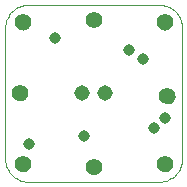
<source format=gbs>
G75*
%MOIN*%
%OFA0B0*%
%FSLAX24Y24*%
%IPPOS*%
%LPD*%
%AMOC8*
5,1,8,0,0,1.08239X$1,22.5*
%
%ADD10C,0.0039*%
%ADD11C,0.0000*%
%ADD12C,0.0552*%
%ADD13C,0.0516*%
%ADD14C,0.0382*%
D10*
X000907Y000139D02*
X005238Y000139D01*
X005292Y000141D01*
X005345Y000146D01*
X005398Y000155D01*
X005450Y000168D01*
X005502Y000184D01*
X005552Y000204D01*
X005600Y000227D01*
X005647Y000254D01*
X005692Y000283D01*
X005735Y000316D01*
X005775Y000351D01*
X005813Y000389D01*
X005848Y000429D01*
X005881Y000472D01*
X005910Y000517D01*
X005937Y000564D01*
X005960Y000612D01*
X005980Y000662D01*
X005996Y000714D01*
X006009Y000766D01*
X006018Y000819D01*
X006023Y000872D01*
X006025Y000926D01*
X006025Y005257D01*
X006023Y005311D01*
X006018Y005364D01*
X006009Y005417D01*
X005996Y005469D01*
X005980Y005521D01*
X005960Y005571D01*
X005937Y005619D01*
X005910Y005666D01*
X005881Y005711D01*
X005848Y005754D01*
X005813Y005794D01*
X005775Y005832D01*
X005735Y005867D01*
X005692Y005900D01*
X005647Y005929D01*
X005600Y005956D01*
X005552Y005979D01*
X005502Y005999D01*
X005450Y006015D01*
X005398Y006028D01*
X005345Y006037D01*
X005292Y006042D01*
X005238Y006044D01*
X000907Y006044D01*
X000853Y006042D01*
X000800Y006037D01*
X000747Y006028D01*
X000695Y006015D01*
X000643Y005999D01*
X000593Y005979D01*
X000545Y005956D01*
X000498Y005929D01*
X000453Y005900D01*
X000410Y005867D01*
X000370Y005832D01*
X000332Y005794D01*
X000297Y005754D01*
X000264Y005711D01*
X000235Y005666D01*
X000208Y005619D01*
X000185Y005571D01*
X000165Y005521D01*
X000149Y005469D01*
X000136Y005417D01*
X000127Y005364D01*
X000122Y005311D01*
X000120Y005257D01*
X000120Y000926D01*
X000122Y000872D01*
X000127Y000819D01*
X000136Y000766D01*
X000149Y000714D01*
X000165Y000662D01*
X000185Y000612D01*
X000208Y000564D01*
X000235Y000517D01*
X000264Y000472D01*
X000297Y000429D01*
X000332Y000389D01*
X000370Y000351D01*
X000410Y000316D01*
X000453Y000283D01*
X000498Y000254D01*
X000545Y000227D01*
X000593Y000204D01*
X000643Y000184D01*
X000695Y000168D01*
X000747Y000155D01*
X000800Y000146D01*
X000853Y000141D01*
X000907Y000139D01*
D11*
X000474Y000729D02*
X000476Y000759D01*
X000482Y000789D01*
X000491Y000818D01*
X000504Y000845D01*
X000521Y000870D01*
X000540Y000893D01*
X000563Y000914D01*
X000588Y000931D01*
X000614Y000945D01*
X000643Y000955D01*
X000672Y000962D01*
X000702Y000965D01*
X000733Y000964D01*
X000763Y000959D01*
X000792Y000950D01*
X000819Y000938D01*
X000845Y000923D01*
X000869Y000904D01*
X000890Y000882D01*
X000908Y000858D01*
X000923Y000831D01*
X000934Y000803D01*
X000942Y000774D01*
X000946Y000744D01*
X000946Y000714D01*
X000942Y000684D01*
X000934Y000655D01*
X000923Y000627D01*
X000908Y000600D01*
X000890Y000576D01*
X000869Y000554D01*
X000845Y000535D01*
X000819Y000520D01*
X000792Y000508D01*
X000763Y000499D01*
X000733Y000494D01*
X000702Y000493D01*
X000672Y000496D01*
X000643Y000503D01*
X000614Y000513D01*
X000588Y000527D01*
X000563Y000544D01*
X000540Y000565D01*
X000521Y000588D01*
X000504Y000613D01*
X000491Y000640D01*
X000482Y000669D01*
X000476Y000699D01*
X000474Y000729D01*
X000376Y003091D02*
X000378Y003121D01*
X000384Y003151D01*
X000393Y003180D01*
X000406Y003207D01*
X000423Y003232D01*
X000442Y003255D01*
X000465Y003276D01*
X000490Y003293D01*
X000516Y003307D01*
X000545Y003317D01*
X000574Y003324D01*
X000604Y003327D01*
X000635Y003326D01*
X000665Y003321D01*
X000694Y003312D01*
X000721Y003300D01*
X000747Y003285D01*
X000771Y003266D01*
X000792Y003244D01*
X000810Y003220D01*
X000825Y003193D01*
X000836Y003165D01*
X000844Y003136D01*
X000848Y003106D01*
X000848Y003076D01*
X000844Y003046D01*
X000836Y003017D01*
X000825Y002989D01*
X000810Y002962D01*
X000792Y002938D01*
X000771Y002916D01*
X000747Y002897D01*
X000721Y002882D01*
X000694Y002870D01*
X000665Y002861D01*
X000635Y002856D01*
X000604Y002855D01*
X000574Y002858D01*
X000545Y002865D01*
X000516Y002875D01*
X000490Y002889D01*
X000465Y002906D01*
X000442Y002927D01*
X000423Y002950D01*
X000406Y002975D01*
X000393Y003002D01*
X000384Y003031D01*
X000378Y003061D01*
X000376Y003091D01*
X000474Y005454D02*
X000476Y005484D01*
X000482Y005514D01*
X000491Y005543D01*
X000504Y005570D01*
X000521Y005595D01*
X000540Y005618D01*
X000563Y005639D01*
X000588Y005656D01*
X000614Y005670D01*
X000643Y005680D01*
X000672Y005687D01*
X000702Y005690D01*
X000733Y005689D01*
X000763Y005684D01*
X000792Y005675D01*
X000819Y005663D01*
X000845Y005648D01*
X000869Y005629D01*
X000890Y005607D01*
X000908Y005583D01*
X000923Y005556D01*
X000934Y005528D01*
X000942Y005499D01*
X000946Y005469D01*
X000946Y005439D01*
X000942Y005409D01*
X000934Y005380D01*
X000923Y005352D01*
X000908Y005325D01*
X000890Y005301D01*
X000869Y005279D01*
X000845Y005260D01*
X000819Y005245D01*
X000792Y005233D01*
X000763Y005224D01*
X000733Y005219D01*
X000702Y005218D01*
X000672Y005221D01*
X000643Y005228D01*
X000614Y005238D01*
X000588Y005252D01*
X000563Y005269D01*
X000540Y005290D01*
X000521Y005313D01*
X000504Y005338D01*
X000491Y005365D01*
X000482Y005394D01*
X000476Y005424D01*
X000474Y005454D01*
X002836Y005552D02*
X002838Y005582D01*
X002844Y005612D01*
X002853Y005641D01*
X002866Y005668D01*
X002883Y005693D01*
X002902Y005716D01*
X002925Y005737D01*
X002950Y005754D01*
X002976Y005768D01*
X003005Y005778D01*
X003034Y005785D01*
X003064Y005788D01*
X003095Y005787D01*
X003125Y005782D01*
X003154Y005773D01*
X003181Y005761D01*
X003207Y005746D01*
X003231Y005727D01*
X003252Y005705D01*
X003270Y005681D01*
X003285Y005654D01*
X003296Y005626D01*
X003304Y005597D01*
X003308Y005567D01*
X003308Y005537D01*
X003304Y005507D01*
X003296Y005478D01*
X003285Y005450D01*
X003270Y005423D01*
X003252Y005399D01*
X003231Y005377D01*
X003207Y005358D01*
X003181Y005343D01*
X003154Y005331D01*
X003125Y005322D01*
X003095Y005317D01*
X003064Y005316D01*
X003034Y005319D01*
X003005Y005326D01*
X002976Y005336D01*
X002950Y005350D01*
X002925Y005367D01*
X002902Y005388D01*
X002883Y005411D01*
X002866Y005436D01*
X002853Y005463D01*
X002844Y005492D01*
X002838Y005522D01*
X002836Y005552D01*
X005199Y005454D02*
X005201Y005484D01*
X005207Y005514D01*
X005216Y005543D01*
X005229Y005570D01*
X005246Y005595D01*
X005265Y005618D01*
X005288Y005639D01*
X005313Y005656D01*
X005339Y005670D01*
X005368Y005680D01*
X005397Y005687D01*
X005427Y005690D01*
X005458Y005689D01*
X005488Y005684D01*
X005517Y005675D01*
X005544Y005663D01*
X005570Y005648D01*
X005594Y005629D01*
X005615Y005607D01*
X005633Y005583D01*
X005648Y005556D01*
X005659Y005528D01*
X005667Y005499D01*
X005671Y005469D01*
X005671Y005439D01*
X005667Y005409D01*
X005659Y005380D01*
X005648Y005352D01*
X005633Y005325D01*
X005615Y005301D01*
X005594Y005279D01*
X005570Y005260D01*
X005544Y005245D01*
X005517Y005233D01*
X005488Y005224D01*
X005458Y005219D01*
X005427Y005218D01*
X005397Y005221D01*
X005368Y005228D01*
X005339Y005238D01*
X005313Y005252D01*
X005288Y005269D01*
X005265Y005290D01*
X005246Y005313D01*
X005229Y005338D01*
X005216Y005365D01*
X005207Y005394D01*
X005201Y005424D01*
X005199Y005454D01*
X005297Y002993D02*
X005299Y003023D01*
X005305Y003053D01*
X005314Y003082D01*
X005327Y003109D01*
X005344Y003134D01*
X005363Y003157D01*
X005386Y003178D01*
X005411Y003195D01*
X005437Y003209D01*
X005466Y003219D01*
X005495Y003226D01*
X005525Y003229D01*
X005556Y003228D01*
X005586Y003223D01*
X005615Y003214D01*
X005642Y003202D01*
X005668Y003187D01*
X005692Y003168D01*
X005713Y003146D01*
X005731Y003122D01*
X005746Y003095D01*
X005757Y003067D01*
X005765Y003038D01*
X005769Y003008D01*
X005769Y002978D01*
X005765Y002948D01*
X005757Y002919D01*
X005746Y002891D01*
X005731Y002864D01*
X005713Y002840D01*
X005692Y002818D01*
X005668Y002799D01*
X005642Y002784D01*
X005615Y002772D01*
X005586Y002763D01*
X005556Y002758D01*
X005525Y002757D01*
X005495Y002760D01*
X005466Y002767D01*
X005437Y002777D01*
X005411Y002791D01*
X005386Y002808D01*
X005363Y002829D01*
X005344Y002852D01*
X005327Y002877D01*
X005314Y002904D01*
X005305Y002933D01*
X005299Y002963D01*
X005297Y002993D01*
X005199Y000729D02*
X005201Y000759D01*
X005207Y000789D01*
X005216Y000818D01*
X005229Y000845D01*
X005246Y000870D01*
X005265Y000893D01*
X005288Y000914D01*
X005313Y000931D01*
X005339Y000945D01*
X005368Y000955D01*
X005397Y000962D01*
X005427Y000965D01*
X005458Y000964D01*
X005488Y000959D01*
X005517Y000950D01*
X005544Y000938D01*
X005570Y000923D01*
X005594Y000904D01*
X005615Y000882D01*
X005633Y000858D01*
X005648Y000831D01*
X005659Y000803D01*
X005667Y000774D01*
X005671Y000744D01*
X005671Y000714D01*
X005667Y000684D01*
X005659Y000655D01*
X005648Y000627D01*
X005633Y000600D01*
X005615Y000576D01*
X005594Y000554D01*
X005570Y000535D01*
X005544Y000520D01*
X005517Y000508D01*
X005488Y000499D01*
X005458Y000494D01*
X005427Y000493D01*
X005397Y000496D01*
X005368Y000503D01*
X005339Y000513D01*
X005313Y000527D01*
X005288Y000544D01*
X005265Y000565D01*
X005246Y000588D01*
X005229Y000613D01*
X005216Y000640D01*
X005207Y000669D01*
X005201Y000699D01*
X005199Y000729D01*
X002836Y000631D02*
X002838Y000661D01*
X002844Y000691D01*
X002853Y000720D01*
X002866Y000747D01*
X002883Y000772D01*
X002902Y000795D01*
X002925Y000816D01*
X002950Y000833D01*
X002976Y000847D01*
X003005Y000857D01*
X003034Y000864D01*
X003064Y000867D01*
X003095Y000866D01*
X003125Y000861D01*
X003154Y000852D01*
X003181Y000840D01*
X003207Y000825D01*
X003231Y000806D01*
X003252Y000784D01*
X003270Y000760D01*
X003285Y000733D01*
X003296Y000705D01*
X003304Y000676D01*
X003308Y000646D01*
X003308Y000616D01*
X003304Y000586D01*
X003296Y000557D01*
X003285Y000529D01*
X003270Y000502D01*
X003252Y000478D01*
X003231Y000456D01*
X003207Y000437D01*
X003181Y000422D01*
X003154Y000410D01*
X003125Y000401D01*
X003095Y000396D01*
X003064Y000395D01*
X003034Y000398D01*
X003005Y000405D01*
X002976Y000415D01*
X002950Y000429D01*
X002925Y000446D01*
X002902Y000467D01*
X002883Y000490D01*
X002866Y000515D01*
X002853Y000542D01*
X002844Y000571D01*
X002838Y000601D01*
X002836Y000631D01*
D12*
X000710Y000729D03*
X000612Y003091D03*
X000710Y005454D03*
X003072Y005552D03*
X005435Y005454D03*
X005533Y002993D03*
X005435Y000729D03*
X003072Y000631D03*
D13*
X002698Y003091D03*
X003446Y003091D03*
D14*
X004726Y004233D03*
X004254Y004548D03*
X005435Y002284D03*
X005080Y001950D03*
X002738Y001674D03*
X000907Y001418D03*
X001793Y004942D03*
M02*

</source>
